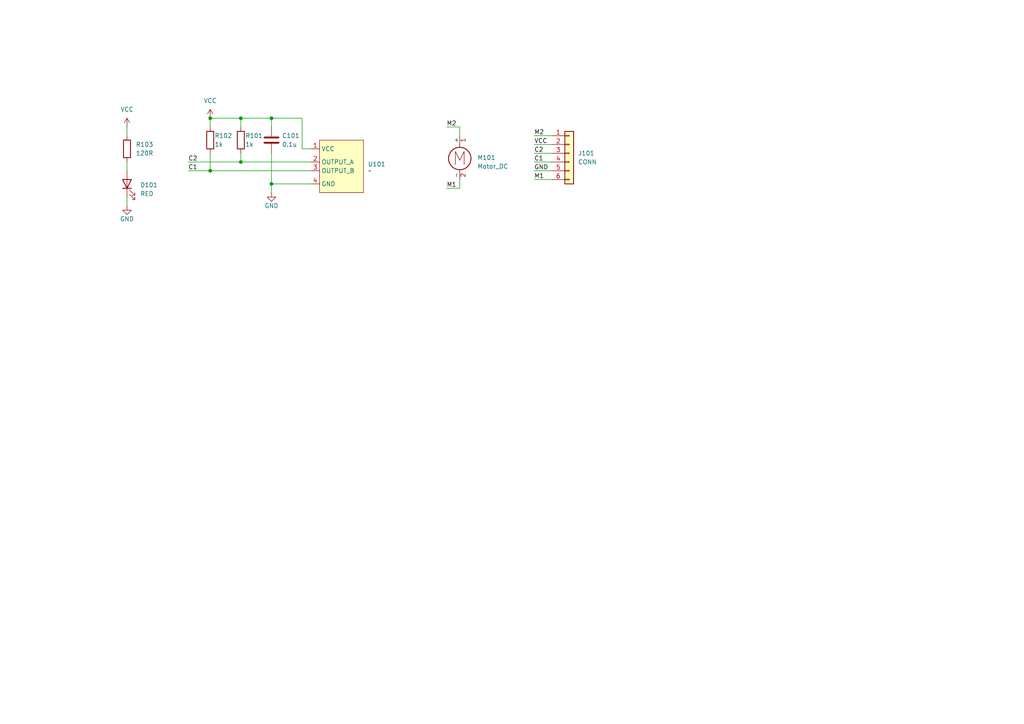
<source format=kicad_sch>
(kicad_sch (version 20231120) (generator "eeschema") (generator_version "8.0")
  (paper "A4")
  (lib_symbols
    (symbol "Connector_Generic:Conn_01x06" (pin_names (offset 1.016) hide)
      (property "Reference" "J" (at 0 7.62 0))
      (property "Value" "Conn_01x06" (at 0 -10.16 0))
      (symbol "Conn_01x06_1_1"
        (rectangle (start -1.27 -7.493) (end 0 -7.747) (stroke (width 0.1524)))
        (rectangle (start -1.27 -4.953) (end 0 -5.207) (stroke (width 0.1524)))
        (rectangle (start -1.27 -2.413) (end 0 -2.667) (stroke (width 0.1524)))
        (rectangle (start -1.27 0.127) (end 0 -0.127) (stroke (width 0.1524)))
        (rectangle (start -1.27 2.667) (end 0 2.413) (stroke (width 0.1524)))
        (rectangle (start -1.27 5.207) (end 0 4.953) (stroke (width 0.1524)))
        (rectangle (start -1.27 6.35) (end 1.27 -8.89) (stroke (width 0.254)) (fill (type background)))
        (pin passive line (at -5.08 5.08 0) (length 3.81) (name "Pin_1") (number "1"))
        (pin passive line (at -5.08 2.54 0) (length 3.81) (name "Pin_2") (number "2"))
        (pin passive line (at -5.08 0 0) (length 3.81) (name "Pin_3") (number "3"))
        (pin passive line (at -5.08 -2.54 0) (length 3.81) (name "Pin_4") (number "4"))
        (pin passive line (at -5.08 -5.08 0) (length 3.81) (name "Pin_5") (number "5"))
        (pin passive line (at -5.08 -7.62 0) (length 3.81) (name "Pin_6") (number "6"))
      )
    )
    (symbol "Device:C" (pin_numbers hide) (pin_names (offset 0.254))
      (property "Reference" "C" (at 0.635 2.54 0))
      (property "Value" "C" (at 0.635 -2.54 0))
      (symbol "C_0_1"
        (polyline (pts (xy -2.032 -0.762) (xy 2.032 -0.762)) (stroke (width 0.508)))
        (polyline (pts (xy -2.032 0.762) (xy 2.032 0.762)) (stroke (width 0.508)))
      )
      (symbol "C_1_1"
        (pin passive line (at 0 3.81 270) (length 2.794) (name "~") (number "1"))
        (pin passive line (at 0 -3.81 90) (length 2.794) (name "~") (number "2"))
      )
    )
    (symbol "Device:LED" (pin_numbers hide) (pin_names (offset 1.016) hide)
      (property "Reference" "D" (at 0 2.54 0))
      (property "Value" "LED" (at 0 -2.54 0))
      (symbol "LED_0_1"
        (polyline (pts (xy -1.27 -1.27) (xy -1.27 1.27)) (stroke (width 0.254)))
        (polyline (pts (xy -1.27 0) (xy 1.27 0)))
        (polyline (pts (xy 1.27 -1.27) (xy 1.27 1.27) (xy -1.27 0) (xy 1.27 -1.27)) (stroke (width 0.254)))
        (polyline (pts (xy -3.048 -0.762) (xy -4.572 -2.286) (xy -3.81 -2.286) (xy -4.572 -2.286) (xy -4.572 -1.524)))
        (polyline (pts (xy -1.778 -0.762) (xy -3.302 -2.286) (xy -2.54 -2.286) (xy -3.302 -2.286) (xy -3.302 -1.524)))
      )
      (symbol "LED_1_1"
        (pin passive line (at -3.81 0 0) (length 2.54) (name "K") (number "1"))
        (pin passive line (at 3.81 0 180) (length 2.54) (name "A") (number "2"))
      )
    )
    (symbol "Device:R" (pin_numbers hide) (pin_names (offset 0))
      (property "Reference" "R" (at 2.032 0 90))
      (property "Value" "R" (at 0 0 90))
      (symbol "R_0_1"
        (rectangle (start -1.016 -2.54) (end 1.016 2.54) (stroke (width 0.254)))
      )
      (symbol "R_1_1"
        (pin passive line (at 0 3.81 270) (length 1.27) (name "~") (number "1"))
        (pin passive line (at 0 -3.81 90) (length 1.27) (name "~") (number "2"))
      )
    )
    (symbol "Droid:MT1450A"
      (property "Reference" "U" (at -5.334 8.89 0))
      (symbol "MT1450A_0_0"
        (pin power_in line (at -8.89 5.08 0) (length 2.54) (name "VCC") (number "1"))
        (pin output line (at -8.89 1.27 0) (length 2.54) (name "OUTPUT_A") (number "2"))
        (pin output line (at -8.89 -1.27 0) (length 2.54) (name "OUTPUT_B") (number "3"))
        (pin power_in line (at -8.89 -5.08 0) (length 2.54) (name "GND") (number "4"))
      )
      (symbol "MT1450A_1_1"
        (rectangle (start -6.35 7.62) (end 6.35 -7.62) (fill (type background)))
      )
    )
    (symbol "Motor:Motor_DC" (pin_names (offset 0))
      (property "Reference" "M" (at 2.54 2.54 0))
      (property "Value" "Motor_DC" (at 2.54 -5.08 0))
      (symbol "Motor_DC_0_0"
        (polyline (pts (xy -1.27 -3.302) (xy -1.27 0.508) (xy 0 -2.032) (xy 1.27 0.508) (xy 1.27 -3.302)))
      )
      (symbol "Motor_DC_0_1"
        (circle (center 0 -1.524) (radius 3.2512) (stroke (width 0.254)))
        (polyline (pts (xy 0 -7.62) (xy 0 -7.112)))
        (polyline (pts (xy 0 -4.7752) (xy 0 -5.1816)))
        (polyline (pts (xy 0 1.7272) (xy 0 2.0828)))
        (polyline (pts (xy 0 2.032) (xy 0 2.54)))
      )
      (symbol "Motor_DC_1_1"
        (pin passive line (at 0 5.08 270) (length 2.54) (name "+") (number "1"))
        (pin passive line (at 0 -7.62 90) (length 2.54) (name "-") (number "2"))
      )
    )
    (symbol "power:GND" (power) (pin_names (offset 0))
      (property "Value" "GND" (at 0 -3.81 0))
      (symbol "GND_0_1"
        (polyline (pts (xy 0 0) (xy 0 -1.27) (xy 1.27 -1.27) (xy 0 -2.54) (xy -1.27 -1.27) (xy 0 -1.27)))
      )
      (symbol "GND_1_1"
        (pin power_in line (at 0 0 270) (length 0) hide (name "GND") (number "1"))
      )
    )
    (symbol "power:VCC" (power) (pin_names (offset 0))
      (property "Value" "VCC" (at 0 3.81 0))
      (symbol "VCC_0_1"
        (polyline (pts (xy -0.762 1.27) (xy 0 2.54)))
        (polyline (pts (xy 0 0) (xy 0 2.54)))
        (polyline (pts (xy 0 2.54) (xy 0.762 1.27)))
      )
      (symbol "VCC_1_1"
        (pin power_in line (at 0 0 90) (length 0) hide (name "VCC") (number "1"))
      )
    )
  )
  (junction (at 78.74 34.29))
  (junction (at 60.96 49.53))
  (junction (at 69.85 34.29))
  (junction (at 60.96 34.29))
  (junction (at 78.74 53.34))
  (junction (at 69.85 46.99))
  (wire (pts (xy 69.85 34.29) (xy 69.85 36.83)))
  (wire (pts (xy 154.94 49.53) (xy 160.02 49.53)))
  (wire (pts (xy 154.94 39.37) (xy 160.02 39.37)))
  (wire (pts (xy 78.74 34.29) (xy 87.63 34.29)))
  (wire (pts (xy 129.54 36.83) (xy 133.35 36.83)))
  (wire (pts (xy 60.96 44.45) (xy 60.96 49.53)))
  (wire (pts (xy 154.94 44.45) (xy 160.02 44.45)))
  (wire (pts (xy 60.96 34.29) (xy 60.96 36.83)))
  (wire (pts (xy 69.85 46.99) (xy 90.17 46.99)))
  (wire (pts (xy 54.61 46.99) (xy 69.85 46.99)))
  (wire (pts (xy 54.61 49.53) (xy 60.96 49.53)))
  (wire (pts (xy 78.74 44.45) (xy 78.74 53.34)))
  (wire (pts (xy 154.94 41.91) (xy 160.02 41.91)))
  (wire (pts (xy 36.83 59.69) (xy 36.83 57.15)))
  (wire (pts (xy 78.74 34.29) (xy 78.74 36.83)))
  (wire (pts (xy 69.85 34.29) (xy 78.74 34.29)))
  (wire (pts (xy 60.96 34.29) (xy 69.85 34.29)))
  (wire (pts (xy 78.74 53.34) (xy 90.17 53.34)))
  (wire (pts (xy 69.85 44.45) (xy 69.85 46.99)))
  (wire (pts (xy 129.54 54.61) (xy 133.35 54.61)))
  (wire (pts (xy 36.83 36.83) (xy 36.83 39.37)))
  (wire (pts (xy 154.94 52.07) (xy 160.02 52.07)))
  (wire (pts (xy 78.74 55.88) (xy 78.74 53.34)))
  (wire (pts (xy 60.96 49.53) (xy 90.17 49.53)))
  (wire (pts (xy 133.35 54.61) (xy 133.35 52.07)))
  (wire (pts (xy 36.83 46.99) (xy 36.83 49.53)))
  (wire (pts (xy 87.63 34.29) (xy 87.63 43.18)))
  (wire (pts (xy 87.63 43.18) (xy 90.17 43.18)))
  (wire (pts (xy 154.94 46.99) (xy 160.02 46.99)))
  (wire (pts (xy 133.35 36.83) (xy 133.35 39.37)))
  (label "GND" (at 154.94 49.53 0))
  (label "M1" (at 129.54 54.61 0))
  (label "C2" (at 54.61 46.99 0))
  (label "M2" (at 129.54 36.83 0))
  (label "C1" (at 54.61 49.53 0))
  (label "VCC" (at 154.94 41.91 0))
  (label "M1" (at 154.94 52.07 0))
  (label "C2" (at 154.94 44.45 0))
  (label "C1" (at 154.94 46.99 0))
  (label "M2" (at 154.94 39.37 0))
  (symbol (lib_id "Device:R") (at 36.83 43.18 0) (unit 1)
    (property "Reference" "R103" (at 39.37 41.9099 0) (effects (justify left)))
    (property "Value" "120R" (at 39.37 44.4499 0) (effects (justify left)))
    (property "Footprint" "Droid:R_0603_HandSolder" (effects (hide yes)))
    (property "Description" "Resistor" (effects (hide yes)))
  )
  (symbol (lib_id "Device:R") (at 69.85 40.64 0) (unit 1)
    (property "Reference" "R101" (at 71.12 39.37 0) (effects (justify left)))
    (property "Value" "1k" (at 71.12 41.91 0) (effects (justify left)))
    (property "Footprint" "Droid:R_0603_HandSolder" (effects (hide yes)))
    (property "Description" "Resistor" (effects (hide yes)))
  )
  (symbol (lib_id "Device:LED") (at 36.83 53.34 90) (unit 1)
    (property "Reference" "D101" (at 40.64 53.6574 90) (effects (justify right)))
    (property "Value" "RED" (at 40.64 56.1974 90) (effects (justify right)))
    (property "Footprint" "Droid:LED_0805_LiteOn" (effects (hide yes)))
    (property "Description" "Light emitting diode" (effects (hide yes)))
  )
  (symbol (lib_id "Droid:MT1450A") (at 99.06 48.26 0) (unit 1)
    (property "Reference" "U101" (at 106.68 47.6249 0) (effects (justify left)))
    (property "Value" "~" (at 106.68 49.53 0) (effects (justify left)))
    (property "Footprint" "Droid:SIP-4_L5.3-W1.6-P1.27-L" (effects (hide yes)))
  )
  (symbol (lib_id "power:VCC") (at 36.83 36.83 0) (unit 1)
    (property "Reference" "#PWR0104" (effects (hide yes)))
    (property "Value" "VCC" (at 36.83 31.75 0))
    (property "Description" "Power symbol creates a global label with name \"VCC\"" (effects (hide yes)))
  )
  (symbol (lib_id "Motor:Motor_DC") (at 133.35 44.45 0) (unit 1)
    (property "Reference" "M101" (at 138.43 45.7199 0) (effects (justify left)))
    (property "Value" "Motor_DC" (at 138.43 48.2599 0) (effects (justify left)))
    (property "Footprint" "Droid:M_N20" (effects (hide yes)))
    (property "Description" "DC Motor" (effects (hide yes)))
  )
  (symbol (lib_id "power:VCC") (at 60.96 34.29 0) (unit 1)
    (property "Reference" "#PWR0101" (effects (hide yes)))
    (property "Value" "VCC" (at 60.96 29.21 0))
    (property "Description" "Power symbol creates a global label with name \"VCC\"" (effects (hide yes)))
  )
  (symbol (lib_id "power:GND") (at 36.83 59.69 0) (unit 1)
    (property "Reference" "#PWR0103" (effects (hide yes)))
    (property "Value" "GND" (at 36.83 63.5 0))
    (property "Description" "Power symbol creates a global label with name \"GND\" , ground" (effects (hide yes)))
  )
  (symbol (lib_id "Device:C") (at 78.74 40.64 0) (unit 1)
    (property "Reference" "C101" (at 81.788 39.37 0) (effects (justify left)))
    (property "Value" "0.1u" (at 81.788 41.91 0) (effects (justify left)))
    (property "Footprint" "Droid:C_0603_HandSolder" (effects (hide yes)))
    (property "Description" "Unpolarized capacitor" (effects (hide yes)))
  )
  (symbol (lib_id "Device:R") (at 60.96 40.64 0) (unit 1)
    (property "Reference" "R102" (at 62.23 39.37 0) (effects (justify left)))
    (property "Value" "1k" (at 62.23 41.91 0) (effects (justify left)))
    (property "Footprint" "Droid:R_0603_HandSolder" (effects (hide yes)))
    (property "Description" "Resistor" (effects (hide yes)))
  )
  (symbol (lib_id "power:GND") (at 78.74 55.88 0) (unit 1)
    (property "Reference" "#PWR0102" (effects (hide yes)))
    (property "Value" "GND" (at 78.74 59.69 0))
    (property "Description" "Power symbol creates a global label with name \"GND\" , ground" (effects (hide yes)))
  )
  (symbol (lib_id "Connector_Generic:Conn_01x06") (at 165.1 44.45 0) (unit 1)
    (property "Reference" "J101" (at 167.64 44.4499 0) (effects (justify left)))
    (property "Value" "CONN" (at 167.64 46.9899 0) (effects (justify left)))
    (property "Footprint" "Connector_PinHeader_1.27mm:PinHeader_1x06_P1.27mm_Vertical" (effects (hide yes)))
    (property "Description" "Generic connector, single row, 01x06, script generated (kicad-library-utils/schlib/autogen/connector/)" (effects (hide yes)))
  )
)
</source>
